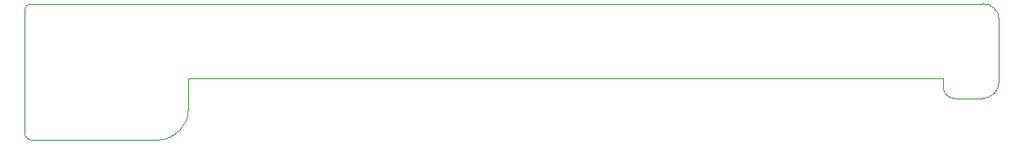
<source format=gbr>
%TF.GenerationSoftware,KiCad,Pcbnew,(6.0.6)*%
%TF.CreationDate,2023-01-13T16:31:05+05:30*%
%TF.ProjectId,ws2812-light,77733238-3132-42d6-9c69-6768742e6b69,rev?*%
%TF.SameCoordinates,Original*%
%TF.FileFunction,Profile,NP*%
%FSLAX46Y46*%
G04 Gerber Fmt 4.6, Leading zero omitted, Abs format (unit mm)*
G04 Created by KiCad (PCBNEW (6.0.6)) date 2023-01-13 16:31:05*
%MOMM*%
%LPD*%
G01*
G04 APERTURE LIST*
%TA.AperFunction,Profile*%
%ADD10C,0.100000*%
%TD*%
G04 APERTURE END LIST*
D10*
X170850000Y-119000000D02*
G75*
G03*
X172466000Y-117348000I-18000J1634000D01*
G01*
X172466000Y-111000000D02*
G75*
G03*
X170850000Y-109525000I-1500559J-21263D01*
G01*
X166878000Y-118000000D02*
G75*
G03*
X168000000Y-119000000I1129137J137450D01*
G01*
X88000000Y-123200000D02*
G75*
G03*
X91186000Y-120000000I72001J3114345D01*
G01*
X74774999Y-122450000D02*
G75*
G03*
X75500000Y-123200000I699560J-49176D01*
G01*
X75350000Y-109524999D02*
G75*
G03*
X74775000Y-110036000I-32890J-541999D01*
G01*
X166878000Y-118000000D02*
X166878000Y-117000000D01*
X170850000Y-119000000D02*
X168000000Y-119000000D01*
X172466000Y-111000000D02*
X172466000Y-117348000D01*
X91186000Y-117000000D02*
X166878000Y-117000000D01*
X91186000Y-117000000D02*
X91186000Y-120000000D01*
X75500000Y-123200000D02*
X88000000Y-123200000D01*
X74775000Y-110036000D02*
X74775000Y-122450000D01*
X75350000Y-109525000D02*
X170850000Y-109525000D01*
M02*

</source>
